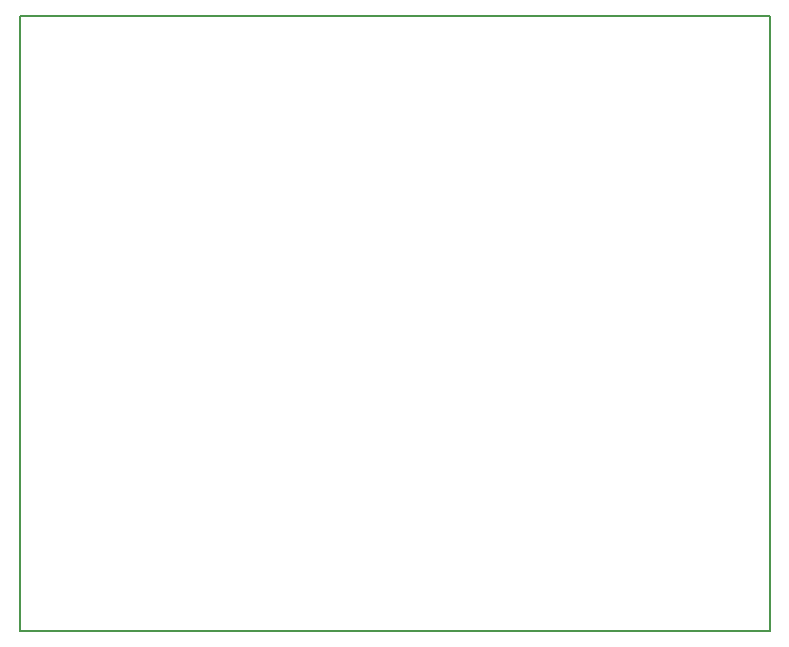
<source format=gm1>
G04 #@! TF.FileFunction,Profile,NP*
%FSLAX46Y46*%
G04 Gerber Fmt 4.6, Leading zero omitted, Abs format (unit mm)*
G04 Created by KiCad (PCBNEW 4.0.6-e0-6349~53~ubuntu16.04.1) date Thu Oct  5 16:52:19 2017*
%MOMM*%
%LPD*%
G01*
G04 APERTURE LIST*
%ADD10C,0.100000*%
%ADD11C,0.150000*%
G04 APERTURE END LIST*
D10*
D11*
X107950000Y-135890000D02*
X44450000Y-135890000D01*
X107950000Y-83820000D02*
X107950000Y-135890000D01*
X44450000Y-83820000D02*
X107950000Y-83820000D01*
X44450000Y-83820000D02*
X44450000Y-135890000D01*
M02*

</source>
